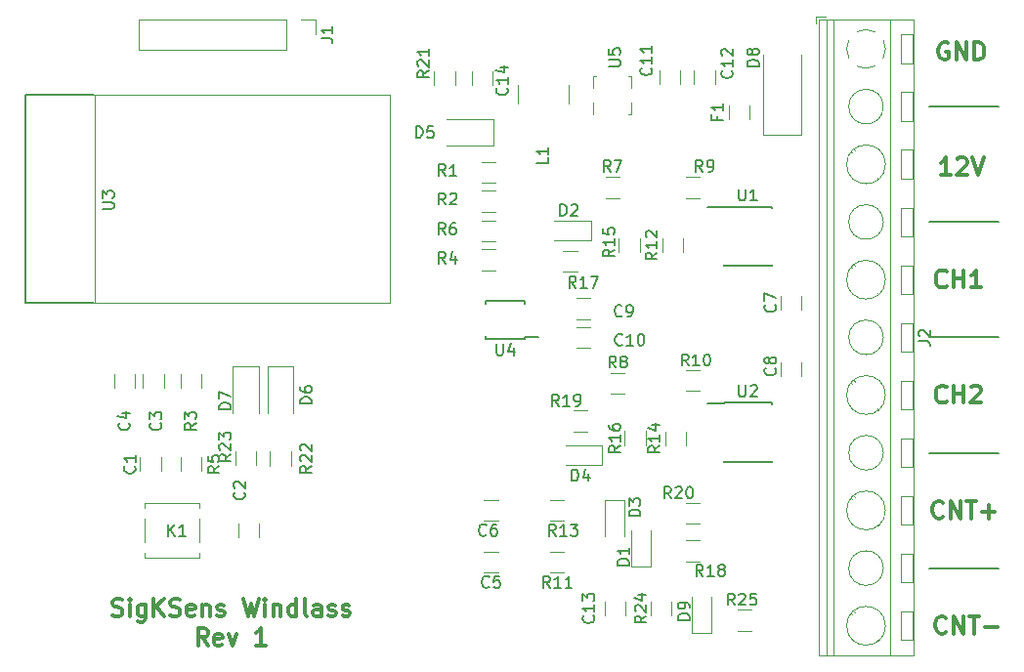
<source format=gbr>
G04 #@! TF.GenerationSoftware,KiCad,Pcbnew,(5.0.1)-3*
G04 #@! TF.CreationDate,2018-11-12T18:53:03-05:00*
G04 #@! TF.ProjectId,ESP32 Windlass,45535033322057696E646C6173732E6B,rev?*
G04 #@! TF.SameCoordinates,Original*
G04 #@! TF.FileFunction,Legend,Top*
G04 #@! TF.FilePolarity,Positive*
%FSLAX46Y46*%
G04 Gerber Fmt 4.6, Leading zero omitted, Abs format (unit mm)*
G04 Created by KiCad (PCBNEW (5.0.1)-3) date 11/12/2018 6:53:03 PM*
%MOMM*%
%LPD*%
G01*
G04 APERTURE LIST*
%ADD10C,0.300000*%
%ADD11C,0.200000*%
%ADD12C,0.150000*%
%ADD13C,0.120000*%
%ADD14C,0.050000*%
G04 APERTURE END LIST*
D10*
X122214285Y-102832142D02*
X122428571Y-102903571D01*
X122785714Y-102903571D01*
X122928571Y-102832142D01*
X123000000Y-102760714D01*
X123071428Y-102617857D01*
X123071428Y-102475000D01*
X123000000Y-102332142D01*
X122928571Y-102260714D01*
X122785714Y-102189285D01*
X122500000Y-102117857D01*
X122357142Y-102046428D01*
X122285714Y-101975000D01*
X122214285Y-101832142D01*
X122214285Y-101689285D01*
X122285714Y-101546428D01*
X122357142Y-101475000D01*
X122500000Y-101403571D01*
X122857142Y-101403571D01*
X123071428Y-101475000D01*
X123714285Y-102903571D02*
X123714285Y-101903571D01*
X123714285Y-101403571D02*
X123642857Y-101475000D01*
X123714285Y-101546428D01*
X123785714Y-101475000D01*
X123714285Y-101403571D01*
X123714285Y-101546428D01*
X125071428Y-101903571D02*
X125071428Y-103117857D01*
X125000000Y-103260714D01*
X124928571Y-103332142D01*
X124785714Y-103403571D01*
X124571428Y-103403571D01*
X124428571Y-103332142D01*
X125071428Y-102832142D02*
X124928571Y-102903571D01*
X124642857Y-102903571D01*
X124500000Y-102832142D01*
X124428571Y-102760714D01*
X124357142Y-102617857D01*
X124357142Y-102189285D01*
X124428571Y-102046428D01*
X124500000Y-101975000D01*
X124642857Y-101903571D01*
X124928571Y-101903571D01*
X125071428Y-101975000D01*
X125785714Y-102903571D02*
X125785714Y-101403571D01*
X126642857Y-102903571D02*
X126000000Y-102046428D01*
X126642857Y-101403571D02*
X125785714Y-102260714D01*
X127214285Y-102832142D02*
X127428571Y-102903571D01*
X127785714Y-102903571D01*
X127928571Y-102832142D01*
X128000000Y-102760714D01*
X128071428Y-102617857D01*
X128071428Y-102475000D01*
X128000000Y-102332142D01*
X127928571Y-102260714D01*
X127785714Y-102189285D01*
X127500000Y-102117857D01*
X127357142Y-102046428D01*
X127285714Y-101975000D01*
X127214285Y-101832142D01*
X127214285Y-101689285D01*
X127285714Y-101546428D01*
X127357142Y-101475000D01*
X127500000Y-101403571D01*
X127857142Y-101403571D01*
X128071428Y-101475000D01*
X129285714Y-102832142D02*
X129142857Y-102903571D01*
X128857142Y-102903571D01*
X128714285Y-102832142D01*
X128642857Y-102689285D01*
X128642857Y-102117857D01*
X128714285Y-101975000D01*
X128857142Y-101903571D01*
X129142857Y-101903571D01*
X129285714Y-101975000D01*
X129357142Y-102117857D01*
X129357142Y-102260714D01*
X128642857Y-102403571D01*
X130000000Y-101903571D02*
X130000000Y-102903571D01*
X130000000Y-102046428D02*
X130071428Y-101975000D01*
X130214285Y-101903571D01*
X130428571Y-101903571D01*
X130571428Y-101975000D01*
X130642857Y-102117857D01*
X130642857Y-102903571D01*
X131285714Y-102832142D02*
X131428571Y-102903571D01*
X131714285Y-102903571D01*
X131857142Y-102832142D01*
X131928571Y-102689285D01*
X131928571Y-102617857D01*
X131857142Y-102475000D01*
X131714285Y-102403571D01*
X131500000Y-102403571D01*
X131357142Y-102332142D01*
X131285714Y-102189285D01*
X131285714Y-102117857D01*
X131357142Y-101975000D01*
X131500000Y-101903571D01*
X131714285Y-101903571D01*
X131857142Y-101975000D01*
X133571428Y-101403571D02*
X133928571Y-102903571D01*
X134214285Y-101832142D01*
X134500000Y-102903571D01*
X134857142Y-101403571D01*
X135428571Y-102903571D02*
X135428571Y-101903571D01*
X135428571Y-101403571D02*
X135357142Y-101475000D01*
X135428571Y-101546428D01*
X135500000Y-101475000D01*
X135428571Y-101403571D01*
X135428571Y-101546428D01*
X136142857Y-101903571D02*
X136142857Y-102903571D01*
X136142857Y-102046428D02*
X136214285Y-101975000D01*
X136357142Y-101903571D01*
X136571428Y-101903571D01*
X136714285Y-101975000D01*
X136785714Y-102117857D01*
X136785714Y-102903571D01*
X138142857Y-102903571D02*
X138142857Y-101403571D01*
X138142857Y-102832142D02*
X138000000Y-102903571D01*
X137714285Y-102903571D01*
X137571428Y-102832142D01*
X137500000Y-102760714D01*
X137428571Y-102617857D01*
X137428571Y-102189285D01*
X137500000Y-102046428D01*
X137571428Y-101975000D01*
X137714285Y-101903571D01*
X138000000Y-101903571D01*
X138142857Y-101975000D01*
X139071428Y-102903571D02*
X138928571Y-102832142D01*
X138857142Y-102689285D01*
X138857142Y-101403571D01*
X140285714Y-102903571D02*
X140285714Y-102117857D01*
X140214285Y-101975000D01*
X140071428Y-101903571D01*
X139785714Y-101903571D01*
X139642857Y-101975000D01*
X140285714Y-102832142D02*
X140142857Y-102903571D01*
X139785714Y-102903571D01*
X139642857Y-102832142D01*
X139571428Y-102689285D01*
X139571428Y-102546428D01*
X139642857Y-102403571D01*
X139785714Y-102332142D01*
X140142857Y-102332142D01*
X140285714Y-102260714D01*
X140928571Y-102832142D02*
X141071428Y-102903571D01*
X141357142Y-102903571D01*
X141500000Y-102832142D01*
X141571428Y-102689285D01*
X141571428Y-102617857D01*
X141500000Y-102475000D01*
X141357142Y-102403571D01*
X141142857Y-102403571D01*
X141000000Y-102332142D01*
X140928571Y-102189285D01*
X140928571Y-102117857D01*
X141000000Y-101975000D01*
X141142857Y-101903571D01*
X141357142Y-101903571D01*
X141500000Y-101975000D01*
X142142857Y-102832142D02*
X142285714Y-102903571D01*
X142571428Y-102903571D01*
X142714285Y-102832142D01*
X142785714Y-102689285D01*
X142785714Y-102617857D01*
X142714285Y-102475000D01*
X142571428Y-102403571D01*
X142357142Y-102403571D01*
X142214285Y-102332142D01*
X142142857Y-102189285D01*
X142142857Y-102117857D01*
X142214285Y-101975000D01*
X142357142Y-101903571D01*
X142571428Y-101903571D01*
X142714285Y-101975000D01*
X130464285Y-105453571D02*
X129964285Y-104739285D01*
X129607142Y-105453571D02*
X129607142Y-103953571D01*
X130178571Y-103953571D01*
X130321428Y-104025000D01*
X130392857Y-104096428D01*
X130464285Y-104239285D01*
X130464285Y-104453571D01*
X130392857Y-104596428D01*
X130321428Y-104667857D01*
X130178571Y-104739285D01*
X129607142Y-104739285D01*
X131678571Y-105382142D02*
X131535714Y-105453571D01*
X131250000Y-105453571D01*
X131107142Y-105382142D01*
X131035714Y-105239285D01*
X131035714Y-104667857D01*
X131107142Y-104525000D01*
X131250000Y-104453571D01*
X131535714Y-104453571D01*
X131678571Y-104525000D01*
X131750000Y-104667857D01*
X131750000Y-104810714D01*
X131035714Y-104953571D01*
X132250000Y-104453571D02*
X132607142Y-105453571D01*
X132964285Y-104453571D01*
X135464285Y-105453571D02*
X134607142Y-105453571D01*
X135035714Y-105453571D02*
X135035714Y-103953571D01*
X134892857Y-104167857D01*
X134750000Y-104310714D01*
X134607142Y-104382142D01*
D11*
X193000000Y-58750000D02*
X199000000Y-58750000D01*
X193000000Y-68750000D02*
X199000000Y-68750000D01*
X193000000Y-78750000D02*
X199000000Y-78750000D01*
X193000000Y-88750000D02*
X199000000Y-88750000D01*
X198750000Y-98750000D02*
X199000000Y-98750000D01*
X193000000Y-98750000D02*
X198750000Y-98750000D01*
D10*
X194428571Y-104285714D02*
X194357142Y-104357142D01*
X194142857Y-104428571D01*
X194000000Y-104428571D01*
X193785714Y-104357142D01*
X193642857Y-104214285D01*
X193571428Y-104071428D01*
X193500000Y-103785714D01*
X193500000Y-103571428D01*
X193571428Y-103285714D01*
X193642857Y-103142857D01*
X193785714Y-103000000D01*
X194000000Y-102928571D01*
X194142857Y-102928571D01*
X194357142Y-103000000D01*
X194428571Y-103071428D01*
X195071428Y-104428571D02*
X195071428Y-102928571D01*
X195928571Y-104428571D01*
X195928571Y-102928571D01*
X196428571Y-102928571D02*
X197285714Y-102928571D01*
X196857142Y-104428571D02*
X196857142Y-102928571D01*
X197785714Y-103857142D02*
X198928571Y-103857142D01*
X194178571Y-94285714D02*
X194107142Y-94357142D01*
X193892857Y-94428571D01*
X193750000Y-94428571D01*
X193535714Y-94357142D01*
X193392857Y-94214285D01*
X193321428Y-94071428D01*
X193250000Y-93785714D01*
X193250000Y-93571428D01*
X193321428Y-93285714D01*
X193392857Y-93142857D01*
X193535714Y-93000000D01*
X193750000Y-92928571D01*
X193892857Y-92928571D01*
X194107142Y-93000000D01*
X194178571Y-93071428D01*
X194821428Y-94428571D02*
X194821428Y-92928571D01*
X195678571Y-94428571D01*
X195678571Y-92928571D01*
X196178571Y-92928571D02*
X197035714Y-92928571D01*
X196607142Y-94428571D02*
X196607142Y-92928571D01*
X197535714Y-93857142D02*
X198678571Y-93857142D01*
X198107142Y-94428571D02*
X198107142Y-93285714D01*
X194464285Y-84285714D02*
X194392857Y-84357142D01*
X194178571Y-84428571D01*
X194035714Y-84428571D01*
X193821428Y-84357142D01*
X193678571Y-84214285D01*
X193607142Y-84071428D01*
X193535714Y-83785714D01*
X193535714Y-83571428D01*
X193607142Y-83285714D01*
X193678571Y-83142857D01*
X193821428Y-83000000D01*
X194035714Y-82928571D01*
X194178571Y-82928571D01*
X194392857Y-83000000D01*
X194464285Y-83071428D01*
X195107142Y-84428571D02*
X195107142Y-82928571D01*
X195107142Y-83642857D02*
X195964285Y-83642857D01*
X195964285Y-84428571D02*
X195964285Y-82928571D01*
X196607142Y-83071428D02*
X196678571Y-83000000D01*
X196821428Y-82928571D01*
X197178571Y-82928571D01*
X197321428Y-83000000D01*
X197392857Y-83071428D01*
X197464285Y-83214285D01*
X197464285Y-83357142D01*
X197392857Y-83571428D01*
X196535714Y-84428571D01*
X197464285Y-84428571D01*
X194464285Y-74285714D02*
X194392857Y-74357142D01*
X194178571Y-74428571D01*
X194035714Y-74428571D01*
X193821428Y-74357142D01*
X193678571Y-74214285D01*
X193607142Y-74071428D01*
X193535714Y-73785714D01*
X193535714Y-73571428D01*
X193607142Y-73285714D01*
X193678571Y-73142857D01*
X193821428Y-73000000D01*
X194035714Y-72928571D01*
X194178571Y-72928571D01*
X194392857Y-73000000D01*
X194464285Y-73071428D01*
X195107142Y-74428571D02*
X195107142Y-72928571D01*
X195107142Y-73642857D02*
X195964285Y-73642857D01*
X195964285Y-74428571D02*
X195964285Y-72928571D01*
X197464285Y-74428571D02*
X196607142Y-74428571D01*
X197035714Y-74428571D02*
X197035714Y-72928571D01*
X196892857Y-73142857D01*
X196750000Y-73285714D01*
X196607142Y-73357142D01*
X194821428Y-64678571D02*
X193964285Y-64678571D01*
X194392857Y-64678571D02*
X194392857Y-63178571D01*
X194250000Y-63392857D01*
X194107142Y-63535714D01*
X193964285Y-63607142D01*
X195392857Y-63321428D02*
X195464285Y-63250000D01*
X195607142Y-63178571D01*
X195964285Y-63178571D01*
X196107142Y-63250000D01*
X196178571Y-63321428D01*
X196250000Y-63464285D01*
X196250000Y-63607142D01*
X196178571Y-63821428D01*
X195321428Y-64678571D01*
X196250000Y-64678571D01*
X196678571Y-63178571D02*
X197178571Y-64678571D01*
X197678571Y-63178571D01*
X194607142Y-53250000D02*
X194464285Y-53178571D01*
X194250000Y-53178571D01*
X194035714Y-53250000D01*
X193892857Y-53392857D01*
X193821428Y-53535714D01*
X193750000Y-53821428D01*
X193750000Y-54035714D01*
X193821428Y-54321428D01*
X193892857Y-54464285D01*
X194035714Y-54607142D01*
X194250000Y-54678571D01*
X194392857Y-54678571D01*
X194607142Y-54607142D01*
X194678571Y-54535714D01*
X194678571Y-54035714D01*
X194392857Y-54035714D01*
X195321428Y-54678571D02*
X195321428Y-53178571D01*
X196178571Y-54678571D01*
X196178571Y-53178571D01*
X196892857Y-54678571D02*
X196892857Y-53178571D01*
X197250000Y-53178571D01*
X197464285Y-53250000D01*
X197607142Y-53392857D01*
X197678571Y-53535714D01*
X197750000Y-53821428D01*
X197750000Y-54035714D01*
X197678571Y-54321428D01*
X197607142Y-54464285D01*
X197464285Y-54607142D01*
X197250000Y-54678571D01*
X196892857Y-54678571D01*
D12*
G04 #@! TO.C,U1*
X175175000Y-67475000D02*
X173775000Y-67475000D01*
X175175000Y-72575000D02*
X179325000Y-72575000D01*
X175175000Y-67425000D02*
X179325000Y-67425000D01*
X175175000Y-72575000D02*
X175175000Y-72430000D01*
X179325000Y-72575000D02*
X179325000Y-72430000D01*
X179325000Y-67425000D02*
X179325000Y-67570000D01*
X175175000Y-67425000D02*
X175175000Y-67475000D01*
G04 #@! TO.C,U2*
X175175000Y-84425000D02*
X175175000Y-84475000D01*
X179325000Y-84425000D02*
X179325000Y-84570000D01*
X179325000Y-89575000D02*
X179325000Y-89430000D01*
X175175000Y-89575000D02*
X175175000Y-89430000D01*
X175175000Y-84425000D02*
X179325000Y-84425000D01*
X175175000Y-89575000D02*
X179325000Y-89575000D01*
X175175000Y-84475000D02*
X173775000Y-84475000D01*
D13*
G04 #@! TO.C,J2*
X186016648Y-54538712D02*
G75*
G02X185820000Y-53750000I1483352J788712D01*
G01*
X188289088Y-55233953D02*
G75*
G02X186711000Y-55234000I-789088J1483953D01*
G01*
X188983953Y-52960912D02*
G75*
G02X188984000Y-54539000I-1483953J-789088D01*
G01*
X186710912Y-52266047D02*
G75*
G02X188289000Y-52266000I789088J-1483953D01*
G01*
X185819550Y-53779383D02*
G75*
G02X186016000Y-52961000I1680450J29383D01*
G01*
X189000000Y-58750000D02*
G75*
G03X189000000Y-58750000I-1500000J0D01*
G01*
X189180000Y-63750000D02*
G75*
G03X189180000Y-63750000I-1680000J0D01*
G01*
X189000000Y-68750000D02*
G75*
G03X189000000Y-68750000I-1500000J0D01*
G01*
X189180000Y-73750000D02*
G75*
G03X189180000Y-73750000I-1680000J0D01*
G01*
X189000000Y-78750000D02*
G75*
G03X189000000Y-78750000I-1500000J0D01*
G01*
X189180000Y-83750000D02*
G75*
G03X189180000Y-83750000I-1680000J0D01*
G01*
X189000000Y-88750000D02*
G75*
G03X189000000Y-88750000I-1500000J0D01*
G01*
X189180000Y-93750000D02*
G75*
G03X189180000Y-93750000I-1680000J0D01*
G01*
X189000000Y-98750000D02*
G75*
G03X189000000Y-98750000I-1500000J0D01*
G01*
X189180000Y-103750000D02*
G75*
G03X189180000Y-103750000I-1680000J0D01*
G01*
X184050000Y-51190000D02*
X184050000Y-106310000D01*
X184650000Y-51190000D02*
X184650000Y-106310000D01*
X189550000Y-51190000D02*
X189550000Y-106310000D01*
X191610000Y-51190000D02*
X191610000Y-106310000D01*
X183390000Y-51190000D02*
X183390000Y-106310000D01*
X191610000Y-51190000D02*
X183390000Y-51190000D01*
X191610000Y-106310000D02*
X183390000Y-106310000D01*
X191550000Y-52500000D02*
X191550000Y-55000000D01*
X190550000Y-52500000D02*
X190550000Y-55000000D01*
X191550000Y-52500000D02*
X190550000Y-52500000D01*
X191550000Y-55000000D02*
X190550000Y-55000000D01*
X191550000Y-57500000D02*
X191550000Y-60000000D01*
X190550000Y-57500000D02*
X190550000Y-60000000D01*
X191550000Y-57500000D02*
X190550000Y-57500000D01*
X191550000Y-60000000D02*
X190550000Y-60000000D01*
X188569000Y-65025000D02*
X188476000Y-64931000D01*
X186284000Y-62740000D02*
X186226000Y-62681000D01*
X188775000Y-64820000D02*
X188716000Y-64761000D01*
X186524000Y-62570000D02*
X186431000Y-62476000D01*
X191550000Y-62500000D02*
X191550000Y-65000000D01*
X190550000Y-62500000D02*
X190550000Y-65000000D01*
X191550000Y-62500000D02*
X190550000Y-62500000D01*
X191550000Y-65000000D02*
X190550000Y-65000000D01*
X191550000Y-67500000D02*
X191550000Y-70000000D01*
X190550000Y-67500000D02*
X190550000Y-70000000D01*
X191550000Y-67500000D02*
X190550000Y-67500000D01*
X191550000Y-70000000D02*
X190550000Y-70000000D01*
X188569000Y-75025000D02*
X188476000Y-74931000D01*
X186284000Y-72740000D02*
X186226000Y-72681000D01*
X188775000Y-74820000D02*
X188716000Y-74761000D01*
X186524000Y-72570000D02*
X186431000Y-72476000D01*
X191550000Y-72500000D02*
X191550000Y-75000000D01*
X190550000Y-72500000D02*
X190550000Y-75000000D01*
X191550000Y-72500000D02*
X190550000Y-72500000D01*
X191550000Y-75000000D02*
X190550000Y-75000000D01*
X191550000Y-77500000D02*
X191550000Y-80000000D01*
X190550000Y-77500000D02*
X190550000Y-80000000D01*
X191550000Y-77500000D02*
X190550000Y-77500000D01*
X191550000Y-80000000D02*
X190550000Y-80000000D01*
X188569000Y-85025000D02*
X188476000Y-84931000D01*
X186284000Y-82740000D02*
X186226000Y-82681000D01*
X188775000Y-84820000D02*
X188716000Y-84761000D01*
X186524000Y-82570000D02*
X186431000Y-82476000D01*
X191550000Y-82500000D02*
X191550000Y-85000000D01*
X190550000Y-82500000D02*
X190550000Y-85000000D01*
X191550000Y-82500000D02*
X190550000Y-82500000D01*
X191550000Y-85000000D02*
X190550000Y-85000000D01*
X191550000Y-87500000D02*
X191550000Y-90000000D01*
X190550000Y-87500000D02*
X190550000Y-90000000D01*
X191550000Y-87500000D02*
X190550000Y-87500000D01*
X191550000Y-90000000D02*
X190550000Y-90000000D01*
X188569000Y-95025000D02*
X188476000Y-94931000D01*
X186284000Y-92740000D02*
X186226000Y-92681000D01*
X188775000Y-94820000D02*
X188716000Y-94761000D01*
X186524000Y-92570000D02*
X186431000Y-92476000D01*
X191550000Y-92500000D02*
X191550000Y-95000000D01*
X190550000Y-92500000D02*
X190550000Y-95000000D01*
X191550000Y-92500000D02*
X190550000Y-92500000D01*
X191550000Y-95000000D02*
X190550000Y-95000000D01*
X191550000Y-97500000D02*
X191550000Y-100000000D01*
X190550000Y-97500000D02*
X190550000Y-100000000D01*
X191550000Y-97500000D02*
X190550000Y-97500000D01*
X191550000Y-100000000D02*
X190550000Y-100000000D01*
X188569000Y-105025000D02*
X188476000Y-104931000D01*
X186284000Y-102740000D02*
X186226000Y-102681000D01*
X188775000Y-104820000D02*
X188716000Y-104761000D01*
X186524000Y-102570000D02*
X186431000Y-102476000D01*
X191550000Y-102500000D02*
X191550000Y-105000000D01*
X190550000Y-102500000D02*
X190550000Y-105000000D01*
X191550000Y-102500000D02*
X190550000Y-102500000D01*
X191550000Y-105000000D02*
X190550000Y-105000000D01*
X183990000Y-50950000D02*
X183150000Y-50950000D01*
X183150000Y-50950000D02*
X183150000Y-51550000D01*
G04 #@! TO.C,C1*
X126410000Y-89147936D02*
X126410000Y-90352064D01*
X124590000Y-89147936D02*
X124590000Y-90352064D01*
G04 #@! TO.C,K1*
X125030000Y-93130000D02*
X129770000Y-93130000D01*
X125030000Y-93130000D02*
X125030000Y-93530000D01*
X129770000Y-93130000D02*
X129770000Y-93530000D01*
X125030000Y-97870000D02*
X125030000Y-97470000D01*
X125030000Y-97870000D02*
X129770000Y-97870000D01*
X129770000Y-97870000D02*
X129770000Y-97470000D01*
X129770000Y-96530000D02*
X129770000Y-94470000D01*
X125030000Y-96530000D02*
X125030000Y-94470000D01*
G04 #@! TO.C,C14*
X155160000Y-55660436D02*
X155160000Y-56864564D01*
X153340000Y-55660436D02*
X153340000Y-56864564D01*
G04 #@! TO.C,C12*
X174419131Y-56803440D02*
X174419131Y-55599312D01*
X172599131Y-56803440D02*
X172599131Y-55599312D01*
G04 #@! TO.C,C11*
X169599131Y-56803440D02*
X169599131Y-55599312D01*
X171419131Y-56803440D02*
X171419131Y-55599312D01*
G04 #@! TO.C,C10*
X162410436Y-79660000D02*
X163614564Y-79660000D01*
X162410436Y-77840000D02*
X163614564Y-77840000D01*
G04 #@! TO.C,C9*
X162397936Y-75340000D02*
X163602064Y-75340000D01*
X162397936Y-77160000D02*
X163602064Y-77160000D01*
G04 #@! TO.C,C8*
X181910000Y-82089564D02*
X181910000Y-80885436D01*
X180090000Y-82089564D02*
X180090000Y-80885436D01*
G04 #@! TO.C,C7*
X181910000Y-75160436D02*
X181910000Y-76364564D01*
X180090000Y-75160436D02*
X180090000Y-76364564D01*
G04 #@! TO.C,C2*
X133090000Y-94910436D02*
X133090000Y-96114564D01*
X134910000Y-94910436D02*
X134910000Y-96114564D01*
G04 #@! TO.C,C3*
X124840000Y-83114564D02*
X124840000Y-81910436D01*
X126660000Y-83114564D02*
X126660000Y-81910436D01*
G04 #@! TO.C,C4*
X124160000Y-83102064D02*
X124160000Y-81897936D01*
X122340000Y-83102064D02*
X122340000Y-81897936D01*
G04 #@! TO.C,C13*
X164840000Y-102852064D02*
X164840000Y-101647936D01*
X166660000Y-102852064D02*
X166660000Y-101647936D01*
G04 #@! TO.C,C5*
X154397936Y-99160000D02*
X155602064Y-99160000D01*
X154397936Y-97340000D02*
X155602064Y-97340000D01*
G04 #@! TO.C,C6*
X154397936Y-92840000D02*
X155602064Y-92840000D01*
X154397936Y-94660000D02*
X155602064Y-94660000D01*
G04 #@! TO.C,J1*
X124470000Y-51170000D02*
X124470000Y-53830000D01*
X137230000Y-51170000D02*
X124470000Y-51170000D01*
X137230000Y-53830000D02*
X124470000Y-53830000D01*
X137230000Y-51170000D02*
X137230000Y-53830000D01*
X138500000Y-51170000D02*
X139830000Y-51170000D01*
X139830000Y-51170000D02*
X139830000Y-52500000D01*
G04 #@! TO.C,D8*
X178600000Y-61150000D02*
X181900000Y-61150000D01*
X181900000Y-61150000D02*
X181900000Y-54250000D01*
X178600000Y-61150000D02*
X178600000Y-54250000D01*
G04 #@! TO.C,D9*
X172400000Y-104400000D02*
X174100000Y-104400000D01*
X174100000Y-104400000D02*
X174100000Y-101250000D01*
X172400000Y-104400000D02*
X172400000Y-101250000D01*
G04 #@! TO.C,F1*
X175590000Y-59839564D02*
X175590000Y-58635436D01*
X177410000Y-59839564D02*
X177410000Y-58635436D01*
G04 #@! TO.C,L1*
X157290000Y-58447369D02*
X157290000Y-56852631D01*
X161710000Y-58447369D02*
X161710000Y-56852631D01*
G04 #@! TO.C,D5*
X151150000Y-62135000D02*
X155210000Y-62135000D01*
X155210000Y-62135000D02*
X155210000Y-59865000D01*
X155210000Y-59865000D02*
X151150000Y-59865000D01*
G04 #@! TO.C,D6*
X135615000Y-81290000D02*
X135615000Y-85350000D01*
X137885000Y-81290000D02*
X135615000Y-81290000D01*
X137885000Y-85350000D02*
X137885000Y-81290000D01*
G04 #@! TO.C,D7*
X134885000Y-85337500D02*
X134885000Y-81277500D01*
X134885000Y-81277500D02*
X132615000Y-81277500D01*
X132615000Y-81277500D02*
X132615000Y-85337500D01*
D12*
G04 #@! TO.C,U4*
X157925000Y-78925000D02*
X157925000Y-78700000D01*
X154575000Y-78925000D02*
X154575000Y-78625000D01*
X154575000Y-75575000D02*
X154575000Y-75875000D01*
X157925000Y-75575000D02*
X157925000Y-75875000D01*
X157925000Y-78925000D02*
X154575000Y-78925000D01*
X157925000Y-75575000D02*
X154575000Y-75575000D01*
X157925000Y-78700000D02*
X159150000Y-78700000D01*
G04 #@! TO.C,U3*
X114646000Y-57733000D02*
X114646000Y-75767000D01*
X120615000Y-57733000D02*
X114646000Y-57733000D01*
X120615000Y-75767000D02*
X114646000Y-75767000D01*
D14*
X146200000Y-75750000D02*
X120670000Y-75750000D01*
X120670000Y-75750000D02*
X120670000Y-57750000D01*
X120670000Y-57750000D02*
X146200000Y-57750000D01*
X146200000Y-57750000D02*
X146200000Y-75750000D01*
D13*
G04 #@! TO.C,R2*
X154195925Y-66024076D02*
X155400053Y-66024076D01*
X154195925Y-67844076D02*
X155400053Y-67844076D01*
G04 #@! TO.C,R24*
X168840000Y-101660436D02*
X168840000Y-102864564D01*
X170660000Y-101660436D02*
X170660000Y-102864564D01*
G04 #@! TO.C,R23*
X134660000Y-88635436D02*
X134660000Y-89839564D01*
X132840000Y-88635436D02*
X132840000Y-89839564D01*
G04 #@! TO.C,R22*
X135840000Y-88660436D02*
X135840000Y-89864564D01*
X137660000Y-88660436D02*
X137660000Y-89864564D01*
G04 #@! TO.C,R21*
X150090000Y-56864564D02*
X150090000Y-55660436D01*
X151910000Y-56864564D02*
X151910000Y-55660436D01*
G04 #@! TO.C,R20*
X171897936Y-94910000D02*
X173102064Y-94910000D01*
X171897936Y-93090000D02*
X173102064Y-93090000D01*
G04 #@! TO.C,R19*
X163352064Y-86910000D02*
X162147936Y-86910000D01*
X163352064Y-85090000D02*
X162147936Y-85090000D01*
G04 #@! TO.C,R18*
X171897936Y-98160000D02*
X173102064Y-98160000D01*
X171897936Y-96340000D02*
X173102064Y-96340000D01*
G04 #@! TO.C,R17*
X162467350Y-73079793D02*
X161263222Y-73079793D01*
X162467350Y-71259793D02*
X161263222Y-71259793D01*
G04 #@! TO.C,R16*
X166590000Y-86885436D02*
X166590000Y-88089564D01*
X168410000Y-86885436D02*
X168410000Y-88089564D01*
G04 #@! TO.C,R15*
X167910000Y-70147936D02*
X167910000Y-71352064D01*
X166090000Y-70147936D02*
X166090000Y-71352064D01*
G04 #@! TO.C,R14*
X171910000Y-88114564D02*
X171910000Y-86910436D01*
X170090000Y-88114564D02*
X170090000Y-86910436D01*
G04 #@! TO.C,R13*
X160147936Y-92840000D02*
X161352064Y-92840000D01*
X160147936Y-94660000D02*
X161352064Y-94660000D01*
G04 #@! TO.C,R12*
X171660000Y-71364564D02*
X171660000Y-70160436D01*
X169840000Y-71364564D02*
X169840000Y-70160436D01*
G04 #@! TO.C,R11*
X160147936Y-97340000D02*
X161352064Y-97340000D01*
X160147936Y-99160000D02*
X161352064Y-99160000D01*
G04 #@! TO.C,R10*
X171897936Y-83410000D02*
X173102064Y-83410000D01*
X171897936Y-81590000D02*
X173102064Y-81590000D01*
G04 #@! TO.C,R9*
X171897936Y-64840000D02*
X173102064Y-64840000D01*
X171897936Y-66660000D02*
X173102064Y-66660000D01*
G04 #@! TO.C,R8*
X165385436Y-83660000D02*
X166589564Y-83660000D01*
X165385436Y-81840000D02*
X166589564Y-81840000D01*
G04 #@! TO.C,R7*
X164910436Y-64840000D02*
X166114564Y-64840000D01*
X164910436Y-66660000D02*
X166114564Y-66660000D01*
G04 #@! TO.C,R6*
X154195925Y-70450326D02*
X155400053Y-70450326D01*
X154195925Y-68630326D02*
X155400053Y-68630326D01*
G04 #@! TO.C,R5*
X128090000Y-90339564D02*
X128090000Y-89135436D01*
X129910000Y-90339564D02*
X129910000Y-89135436D01*
G04 #@! TO.C,R4*
X154195925Y-72950326D02*
X155400053Y-72950326D01*
X154195925Y-71130326D02*
X155400053Y-71130326D01*
G04 #@! TO.C,R3*
X129910000Y-81897936D02*
X129910000Y-83102064D01*
X128090000Y-81897936D02*
X128090000Y-83102064D01*
G04 #@! TO.C,R1*
X154195925Y-65344076D02*
X155400053Y-65344076D01*
X154195925Y-63524076D02*
X155400053Y-63524076D01*
G04 #@! TO.C,R25*
X176397936Y-102340000D02*
X177602064Y-102340000D01*
X176397936Y-104160000D02*
X177602064Y-104160000D01*
G04 #@! TO.C,D1*
X167150000Y-98650000D02*
X167150000Y-95500000D01*
X168850000Y-98650000D02*
X168850000Y-95500000D01*
X167150000Y-98650000D02*
X168850000Y-98650000D01*
G04 #@! TO.C,D2*
X163650000Y-70350000D02*
X163650000Y-68650000D01*
X163650000Y-68650000D02*
X160500000Y-68650000D01*
X163650000Y-70350000D02*
X160500000Y-70350000D01*
G04 #@! TO.C,D3*
X166600000Y-92850000D02*
X166600000Y-96000000D01*
X164900000Y-92850000D02*
X164900000Y-96000000D01*
X166600000Y-92850000D02*
X164900000Y-92850000D01*
G04 #@! TO.C,D4*
X164650000Y-89850000D02*
X164650000Y-88150000D01*
X164650000Y-88150000D02*
X161500000Y-88150000D01*
X164650000Y-89850000D02*
X161500000Y-89850000D01*
G04 #@! TO.C,U5*
X167125000Y-57100000D02*
X167125000Y-56125000D01*
X163875000Y-59375000D02*
X163875000Y-58400000D01*
X163875000Y-57100000D02*
X163875000Y-56125000D01*
X167125000Y-59375000D02*
X167125000Y-58400000D01*
X164100000Y-56125000D02*
X163875000Y-56125000D01*
X166900000Y-56125000D02*
X167125000Y-56125000D01*
X167125000Y-59375000D02*
X166900000Y-59375000D01*
G04 #@! TO.C,*
D12*
G04 #@! TO.C,U1*
X176488095Y-65896380D02*
X176488095Y-66705904D01*
X176535714Y-66801142D01*
X176583333Y-66848761D01*
X176678571Y-66896380D01*
X176869047Y-66896380D01*
X176964285Y-66848761D01*
X177011904Y-66801142D01*
X177059523Y-66705904D01*
X177059523Y-65896380D01*
X178059523Y-66896380D02*
X177488095Y-66896380D01*
X177773809Y-66896380D02*
X177773809Y-65896380D01*
X177678571Y-66039238D01*
X177583333Y-66134476D01*
X177488095Y-66182095D01*
G04 #@! TO.C,U2*
X176488095Y-82896380D02*
X176488095Y-83705904D01*
X176535714Y-83801142D01*
X176583333Y-83848761D01*
X176678571Y-83896380D01*
X176869047Y-83896380D01*
X176964285Y-83848761D01*
X177011904Y-83801142D01*
X177059523Y-83705904D01*
X177059523Y-82896380D01*
X177488095Y-82991619D02*
X177535714Y-82944000D01*
X177630952Y-82896380D01*
X177869047Y-82896380D01*
X177964285Y-82944000D01*
X178011904Y-82991619D01*
X178059523Y-83086857D01*
X178059523Y-83182095D01*
X178011904Y-83324952D01*
X177440476Y-83896380D01*
X178059523Y-83896380D01*
G04 #@! TO.C,J2*
X192062380Y-79083333D02*
X192776666Y-79083333D01*
X192919523Y-79130952D01*
X193014761Y-79226190D01*
X193062380Y-79369047D01*
X193062380Y-79464285D01*
X192157619Y-78654761D02*
X192110000Y-78607142D01*
X192062380Y-78511904D01*
X192062380Y-78273809D01*
X192110000Y-78178571D01*
X192157619Y-78130952D01*
X192252857Y-78083333D01*
X192348095Y-78083333D01*
X192490952Y-78130952D01*
X193062380Y-78702380D01*
X193062380Y-78083333D01*
G04 #@! TO.C,C1*
X124107142Y-89916666D02*
X124154761Y-89964285D01*
X124202380Y-90107142D01*
X124202380Y-90202380D01*
X124154761Y-90345238D01*
X124059523Y-90440476D01*
X123964285Y-90488095D01*
X123773809Y-90535714D01*
X123630952Y-90535714D01*
X123440476Y-90488095D01*
X123345238Y-90440476D01*
X123250000Y-90345238D01*
X123202380Y-90202380D01*
X123202380Y-90107142D01*
X123250000Y-89964285D01*
X123297619Y-89916666D01*
X124202380Y-88964285D02*
X124202380Y-89535714D01*
X124202380Y-89250000D02*
X123202380Y-89250000D01*
X123345238Y-89345238D01*
X123440476Y-89440476D01*
X123488095Y-89535714D01*
G04 #@! TO.C,K1*
X127011904Y-95958968D02*
X127011904Y-94958968D01*
X127583333Y-95958968D02*
X127154761Y-95387540D01*
X127583333Y-94958968D02*
X127011904Y-95530397D01*
X128535714Y-95958968D02*
X127964285Y-95958968D01*
X128250000Y-95958968D02*
X128250000Y-94958968D01*
X128154761Y-95101826D01*
X128059523Y-95197064D01*
X127964285Y-95244683D01*
G04 #@! TO.C,C14*
X156357142Y-57142857D02*
X156404761Y-57190476D01*
X156452380Y-57333333D01*
X156452380Y-57428571D01*
X156404761Y-57571428D01*
X156309523Y-57666666D01*
X156214285Y-57714285D01*
X156023809Y-57761904D01*
X155880952Y-57761904D01*
X155690476Y-57714285D01*
X155595238Y-57666666D01*
X155500000Y-57571428D01*
X155452380Y-57428571D01*
X155452380Y-57333333D01*
X155500000Y-57190476D01*
X155547619Y-57142857D01*
X156452380Y-56190476D02*
X156452380Y-56761904D01*
X156452380Y-56476190D02*
X155452380Y-56476190D01*
X155595238Y-56571428D01*
X155690476Y-56666666D01*
X155738095Y-56761904D01*
X155785714Y-55333333D02*
X156452380Y-55333333D01*
X155404761Y-55571428D02*
X156119047Y-55809523D01*
X156119047Y-55190476D01*
G04 #@! TO.C,C12*
X175866273Y-55642857D02*
X175913892Y-55690476D01*
X175961511Y-55833333D01*
X175961511Y-55928571D01*
X175913892Y-56071428D01*
X175818654Y-56166666D01*
X175723416Y-56214285D01*
X175532940Y-56261904D01*
X175390083Y-56261904D01*
X175199607Y-56214285D01*
X175104369Y-56166666D01*
X175009131Y-56071428D01*
X174961511Y-55928571D01*
X174961511Y-55833333D01*
X175009131Y-55690476D01*
X175056750Y-55642857D01*
X175961511Y-54690476D02*
X175961511Y-55261904D01*
X175961511Y-54976190D02*
X174961511Y-54976190D01*
X175104369Y-55071428D01*
X175199607Y-55166666D01*
X175247226Y-55261904D01*
X175056750Y-54309523D02*
X175009131Y-54261904D01*
X174961511Y-54166666D01*
X174961511Y-53928571D01*
X175009131Y-53833333D01*
X175056750Y-53785714D01*
X175151988Y-53738095D01*
X175247226Y-53738095D01*
X175390083Y-53785714D01*
X175961511Y-54357142D01*
X175961511Y-53738095D01*
G04 #@! TO.C,C11*
X168857142Y-55392857D02*
X168904761Y-55440476D01*
X168952380Y-55583333D01*
X168952380Y-55678571D01*
X168904761Y-55821428D01*
X168809523Y-55916666D01*
X168714285Y-55964285D01*
X168523809Y-56011904D01*
X168380952Y-56011904D01*
X168190476Y-55964285D01*
X168095238Y-55916666D01*
X168000000Y-55821428D01*
X167952380Y-55678571D01*
X167952380Y-55583333D01*
X168000000Y-55440476D01*
X168047619Y-55392857D01*
X168952380Y-54440476D02*
X168952380Y-55011904D01*
X168952380Y-54726190D02*
X167952380Y-54726190D01*
X168095238Y-54821428D01*
X168190476Y-54916666D01*
X168238095Y-55011904D01*
X168952380Y-53488095D02*
X168952380Y-54059523D01*
X168952380Y-53773809D02*
X167952380Y-53773809D01*
X168095238Y-53869047D01*
X168190476Y-53964285D01*
X168238095Y-54059523D01*
G04 #@! TO.C,C10*
X166369642Y-79357142D02*
X166322023Y-79404761D01*
X166179166Y-79452380D01*
X166083928Y-79452380D01*
X165941071Y-79404761D01*
X165845833Y-79309523D01*
X165798214Y-79214285D01*
X165750595Y-79023809D01*
X165750595Y-78880952D01*
X165798214Y-78690476D01*
X165845833Y-78595238D01*
X165941071Y-78500000D01*
X166083928Y-78452380D01*
X166179166Y-78452380D01*
X166322023Y-78500000D01*
X166369642Y-78547619D01*
X167322023Y-79452380D02*
X166750595Y-79452380D01*
X167036309Y-79452380D02*
X167036309Y-78452380D01*
X166941071Y-78595238D01*
X166845833Y-78690476D01*
X166750595Y-78738095D01*
X167941071Y-78452380D02*
X168036309Y-78452380D01*
X168131547Y-78500000D01*
X168179166Y-78547619D01*
X168226785Y-78642857D01*
X168274404Y-78833333D01*
X168274404Y-79071428D01*
X168226785Y-79261904D01*
X168179166Y-79357142D01*
X168131547Y-79404761D01*
X168036309Y-79452380D01*
X167941071Y-79452380D01*
X167845833Y-79404761D01*
X167798214Y-79357142D01*
X167750595Y-79261904D01*
X167702976Y-79071428D01*
X167702976Y-78833333D01*
X167750595Y-78642857D01*
X167798214Y-78547619D01*
X167845833Y-78500000D01*
X167941071Y-78452380D01*
G04 #@! TO.C,C9*
X166333333Y-76857142D02*
X166285714Y-76904761D01*
X166142857Y-76952380D01*
X166047619Y-76952380D01*
X165904761Y-76904761D01*
X165809523Y-76809523D01*
X165761904Y-76714285D01*
X165714285Y-76523809D01*
X165714285Y-76380952D01*
X165761904Y-76190476D01*
X165809523Y-76095238D01*
X165904761Y-76000000D01*
X166047619Y-75952380D01*
X166142857Y-75952380D01*
X166285714Y-76000000D01*
X166333333Y-76047619D01*
X166809523Y-76952380D02*
X167000000Y-76952380D01*
X167095238Y-76904761D01*
X167142857Y-76857142D01*
X167238095Y-76714285D01*
X167285714Y-76523809D01*
X167285714Y-76142857D01*
X167238095Y-76047619D01*
X167190476Y-76000000D01*
X167095238Y-75952380D01*
X166904761Y-75952380D01*
X166809523Y-76000000D01*
X166761904Y-76047619D01*
X166714285Y-76142857D01*
X166714285Y-76380952D01*
X166761904Y-76476190D01*
X166809523Y-76523809D01*
X166904761Y-76571428D01*
X167095238Y-76571428D01*
X167190476Y-76523809D01*
X167238095Y-76476190D01*
X167285714Y-76380952D01*
G04 #@! TO.C,C8*
X179607142Y-81416666D02*
X179654761Y-81464285D01*
X179702380Y-81607142D01*
X179702380Y-81702380D01*
X179654761Y-81845238D01*
X179559523Y-81940476D01*
X179464285Y-81988095D01*
X179273809Y-82035714D01*
X179130952Y-82035714D01*
X178940476Y-81988095D01*
X178845238Y-81940476D01*
X178750000Y-81845238D01*
X178702380Y-81702380D01*
X178702380Y-81607142D01*
X178750000Y-81464285D01*
X178797619Y-81416666D01*
X179130952Y-80845238D02*
X179083333Y-80940476D01*
X179035714Y-80988095D01*
X178940476Y-81035714D01*
X178892857Y-81035714D01*
X178797619Y-80988095D01*
X178750000Y-80940476D01*
X178702380Y-80845238D01*
X178702380Y-80654761D01*
X178750000Y-80559523D01*
X178797619Y-80511904D01*
X178892857Y-80464285D01*
X178940476Y-80464285D01*
X179035714Y-80511904D01*
X179083333Y-80559523D01*
X179130952Y-80654761D01*
X179130952Y-80845238D01*
X179178571Y-80940476D01*
X179226190Y-80988095D01*
X179321428Y-81035714D01*
X179511904Y-81035714D01*
X179607142Y-80988095D01*
X179654761Y-80940476D01*
X179702380Y-80845238D01*
X179702380Y-80654761D01*
X179654761Y-80559523D01*
X179607142Y-80511904D01*
X179511904Y-80464285D01*
X179321428Y-80464285D01*
X179226190Y-80511904D01*
X179178571Y-80559523D01*
X179130952Y-80654761D01*
G04 #@! TO.C,C7*
X179607142Y-75929166D02*
X179654761Y-75976785D01*
X179702380Y-76119642D01*
X179702380Y-76214880D01*
X179654761Y-76357738D01*
X179559523Y-76452976D01*
X179464285Y-76500595D01*
X179273809Y-76548214D01*
X179130952Y-76548214D01*
X178940476Y-76500595D01*
X178845238Y-76452976D01*
X178750000Y-76357738D01*
X178702380Y-76214880D01*
X178702380Y-76119642D01*
X178750000Y-75976785D01*
X178797619Y-75929166D01*
X178702380Y-75595833D02*
X178702380Y-74929166D01*
X179702380Y-75357738D01*
G04 #@! TO.C,C2*
X133607142Y-92191666D02*
X133654761Y-92239285D01*
X133702380Y-92382142D01*
X133702380Y-92477380D01*
X133654761Y-92620238D01*
X133559523Y-92715476D01*
X133464285Y-92763095D01*
X133273809Y-92810714D01*
X133130952Y-92810714D01*
X132940476Y-92763095D01*
X132845238Y-92715476D01*
X132750000Y-92620238D01*
X132702380Y-92477380D01*
X132702380Y-92382142D01*
X132750000Y-92239285D01*
X132797619Y-92191666D01*
X132797619Y-91810714D02*
X132750000Y-91763095D01*
X132702380Y-91667857D01*
X132702380Y-91429761D01*
X132750000Y-91334523D01*
X132797619Y-91286904D01*
X132892857Y-91239285D01*
X132988095Y-91239285D01*
X133130952Y-91286904D01*
X133702380Y-91858333D01*
X133702380Y-91239285D01*
G04 #@! TO.C,C3*
X126357142Y-86179166D02*
X126404761Y-86226785D01*
X126452380Y-86369642D01*
X126452380Y-86464880D01*
X126404761Y-86607738D01*
X126309523Y-86702976D01*
X126214285Y-86750595D01*
X126023809Y-86798214D01*
X125880952Y-86798214D01*
X125690476Y-86750595D01*
X125595238Y-86702976D01*
X125500000Y-86607738D01*
X125452380Y-86464880D01*
X125452380Y-86369642D01*
X125500000Y-86226785D01*
X125547619Y-86179166D01*
X125452380Y-85845833D02*
X125452380Y-85226785D01*
X125833333Y-85560119D01*
X125833333Y-85417261D01*
X125880952Y-85322023D01*
X125928571Y-85274404D01*
X126023809Y-85226785D01*
X126261904Y-85226785D01*
X126357142Y-85274404D01*
X126404761Y-85322023D01*
X126452380Y-85417261D01*
X126452380Y-85702976D01*
X126404761Y-85798214D01*
X126357142Y-85845833D01*
G04 #@! TO.C,C4*
X123607142Y-86166666D02*
X123654761Y-86214285D01*
X123702380Y-86357142D01*
X123702380Y-86452380D01*
X123654761Y-86595238D01*
X123559523Y-86690476D01*
X123464285Y-86738095D01*
X123273809Y-86785714D01*
X123130952Y-86785714D01*
X122940476Y-86738095D01*
X122845238Y-86690476D01*
X122750000Y-86595238D01*
X122702380Y-86452380D01*
X122702380Y-86357142D01*
X122750000Y-86214285D01*
X122797619Y-86166666D01*
X123035714Y-85309523D02*
X123702380Y-85309523D01*
X122654761Y-85547619D02*
X123369047Y-85785714D01*
X123369047Y-85166666D01*
G04 #@! TO.C,C13*
X163857142Y-102880357D02*
X163904761Y-102927976D01*
X163952380Y-103070833D01*
X163952380Y-103166071D01*
X163904761Y-103308928D01*
X163809523Y-103404166D01*
X163714285Y-103451785D01*
X163523809Y-103499404D01*
X163380952Y-103499404D01*
X163190476Y-103451785D01*
X163095238Y-103404166D01*
X163000000Y-103308928D01*
X162952380Y-103166071D01*
X162952380Y-103070833D01*
X163000000Y-102927976D01*
X163047619Y-102880357D01*
X163952380Y-101927976D02*
X163952380Y-102499404D01*
X163952380Y-102213690D02*
X162952380Y-102213690D01*
X163095238Y-102308928D01*
X163190476Y-102404166D01*
X163238095Y-102499404D01*
X162952380Y-101594642D02*
X162952380Y-100975595D01*
X163333333Y-101308928D01*
X163333333Y-101166071D01*
X163380952Y-101070833D01*
X163428571Y-101023214D01*
X163523809Y-100975595D01*
X163761904Y-100975595D01*
X163857142Y-101023214D01*
X163904761Y-101070833D01*
X163952380Y-101166071D01*
X163952380Y-101451785D01*
X163904761Y-101547023D01*
X163857142Y-101594642D01*
G04 #@! TO.C,C5*
X154833333Y-100357142D02*
X154785714Y-100404761D01*
X154642857Y-100452380D01*
X154547619Y-100452380D01*
X154404761Y-100404761D01*
X154309523Y-100309523D01*
X154261904Y-100214285D01*
X154214285Y-100023809D01*
X154214285Y-99880952D01*
X154261904Y-99690476D01*
X154309523Y-99595238D01*
X154404761Y-99500000D01*
X154547619Y-99452380D01*
X154642857Y-99452380D01*
X154785714Y-99500000D01*
X154833333Y-99547619D01*
X155738095Y-99452380D02*
X155261904Y-99452380D01*
X155214285Y-99928571D01*
X155261904Y-99880952D01*
X155357142Y-99833333D01*
X155595238Y-99833333D01*
X155690476Y-99880952D01*
X155738095Y-99928571D01*
X155785714Y-100023809D01*
X155785714Y-100261904D01*
X155738095Y-100357142D01*
X155690476Y-100404761D01*
X155595238Y-100452380D01*
X155357142Y-100452380D01*
X155261904Y-100404761D01*
X155214285Y-100357142D01*
G04 #@! TO.C,C6*
X154583333Y-95857142D02*
X154535714Y-95904761D01*
X154392857Y-95952380D01*
X154297619Y-95952380D01*
X154154761Y-95904761D01*
X154059523Y-95809523D01*
X154011904Y-95714285D01*
X153964285Y-95523809D01*
X153964285Y-95380952D01*
X154011904Y-95190476D01*
X154059523Y-95095238D01*
X154154761Y-95000000D01*
X154297619Y-94952380D01*
X154392857Y-94952380D01*
X154535714Y-95000000D01*
X154583333Y-95047619D01*
X155440476Y-94952380D02*
X155250000Y-94952380D01*
X155154761Y-95000000D01*
X155107142Y-95047619D01*
X155011904Y-95190476D01*
X154964285Y-95380952D01*
X154964285Y-95761904D01*
X155011904Y-95857142D01*
X155059523Y-95904761D01*
X155154761Y-95952380D01*
X155345238Y-95952380D01*
X155440476Y-95904761D01*
X155488095Y-95857142D01*
X155535714Y-95761904D01*
X155535714Y-95523809D01*
X155488095Y-95428571D01*
X155440476Y-95380952D01*
X155345238Y-95333333D01*
X155154761Y-95333333D01*
X155059523Y-95380952D01*
X155011904Y-95428571D01*
X154964285Y-95523809D01*
G04 #@! TO.C,J1*
X140282380Y-52833333D02*
X140996666Y-52833333D01*
X141139523Y-52880952D01*
X141234761Y-52976190D01*
X141282380Y-53119047D01*
X141282380Y-53214285D01*
X141282380Y-51833333D02*
X141282380Y-52404761D01*
X141282380Y-52119047D02*
X140282380Y-52119047D01*
X140425238Y-52214285D01*
X140520476Y-52309523D01*
X140568095Y-52404761D01*
G04 #@! TO.C,D8*
X178202380Y-55238095D02*
X177202380Y-55238095D01*
X177202380Y-55000000D01*
X177250000Y-54857142D01*
X177345238Y-54761904D01*
X177440476Y-54714285D01*
X177630952Y-54666666D01*
X177773809Y-54666666D01*
X177964285Y-54714285D01*
X178059523Y-54761904D01*
X178154761Y-54857142D01*
X178202380Y-55000000D01*
X178202380Y-55238095D01*
X177630952Y-54095238D02*
X177583333Y-54190476D01*
X177535714Y-54238095D01*
X177440476Y-54285714D01*
X177392857Y-54285714D01*
X177297619Y-54238095D01*
X177250000Y-54190476D01*
X177202380Y-54095238D01*
X177202380Y-53904761D01*
X177250000Y-53809523D01*
X177297619Y-53761904D01*
X177392857Y-53714285D01*
X177440476Y-53714285D01*
X177535714Y-53761904D01*
X177583333Y-53809523D01*
X177630952Y-53904761D01*
X177630952Y-54095238D01*
X177678571Y-54190476D01*
X177726190Y-54238095D01*
X177821428Y-54285714D01*
X178011904Y-54285714D01*
X178107142Y-54238095D01*
X178154761Y-54190476D01*
X178202380Y-54095238D01*
X178202380Y-53904761D01*
X178154761Y-53809523D01*
X178107142Y-53761904D01*
X178011904Y-53714285D01*
X177821428Y-53714285D01*
X177726190Y-53761904D01*
X177678571Y-53809523D01*
X177630952Y-53904761D01*
G04 #@! TO.C,D9*
X172202380Y-103238095D02*
X171202380Y-103238095D01*
X171202380Y-103000000D01*
X171250000Y-102857142D01*
X171345238Y-102761904D01*
X171440476Y-102714285D01*
X171630952Y-102666666D01*
X171773809Y-102666666D01*
X171964285Y-102714285D01*
X172059523Y-102761904D01*
X172154761Y-102857142D01*
X172202380Y-103000000D01*
X172202380Y-103238095D01*
X172202380Y-102190476D02*
X172202380Y-102000000D01*
X172154761Y-101904761D01*
X172107142Y-101857142D01*
X171964285Y-101761904D01*
X171773809Y-101714285D01*
X171392857Y-101714285D01*
X171297619Y-101761904D01*
X171250000Y-101809523D01*
X171202380Y-101904761D01*
X171202380Y-102095238D01*
X171250000Y-102190476D01*
X171297619Y-102238095D01*
X171392857Y-102285714D01*
X171630952Y-102285714D01*
X171726190Y-102238095D01*
X171773809Y-102190476D01*
X171821428Y-102095238D01*
X171821428Y-101904761D01*
X171773809Y-101809523D01*
X171726190Y-101761904D01*
X171630952Y-101714285D01*
G04 #@! TO.C,F1*
X174608571Y-59570833D02*
X174608571Y-59904166D01*
X175132380Y-59904166D02*
X174132380Y-59904166D01*
X174132380Y-59427976D01*
X175132380Y-58523214D02*
X175132380Y-59094642D01*
X175132380Y-58808928D02*
X174132380Y-58808928D01*
X174275238Y-58904166D01*
X174370476Y-58999404D01*
X174418095Y-59094642D01*
G04 #@! TO.C,L1*
X159952380Y-63166666D02*
X159952380Y-63642857D01*
X158952380Y-63642857D01*
X159952380Y-62309523D02*
X159952380Y-62880952D01*
X159952380Y-62595238D02*
X158952380Y-62595238D01*
X159095238Y-62690476D01*
X159190476Y-62785714D01*
X159238095Y-62880952D01*
G04 #@! TO.C,D5*
X148511904Y-61452380D02*
X148511904Y-60452380D01*
X148750000Y-60452380D01*
X148892857Y-60500000D01*
X148988095Y-60595238D01*
X149035714Y-60690476D01*
X149083333Y-60880952D01*
X149083333Y-61023809D01*
X149035714Y-61214285D01*
X148988095Y-61309523D01*
X148892857Y-61404761D01*
X148750000Y-61452380D01*
X148511904Y-61452380D01*
X149988095Y-60452380D02*
X149511904Y-60452380D01*
X149464285Y-60928571D01*
X149511904Y-60880952D01*
X149607142Y-60833333D01*
X149845238Y-60833333D01*
X149940476Y-60880952D01*
X149988095Y-60928571D01*
X150035714Y-61023809D01*
X150035714Y-61261904D01*
X149988095Y-61357142D01*
X149940476Y-61404761D01*
X149845238Y-61452380D01*
X149607142Y-61452380D01*
X149511904Y-61404761D01*
X149464285Y-61357142D01*
G04 #@! TO.C,D6*
X139452380Y-84488095D02*
X138452380Y-84488095D01*
X138452380Y-84250000D01*
X138500000Y-84107142D01*
X138595238Y-84011904D01*
X138690476Y-83964285D01*
X138880952Y-83916666D01*
X139023809Y-83916666D01*
X139214285Y-83964285D01*
X139309523Y-84011904D01*
X139404761Y-84107142D01*
X139452380Y-84250000D01*
X139452380Y-84488095D01*
X138452380Y-83059523D02*
X138452380Y-83250000D01*
X138500000Y-83345238D01*
X138547619Y-83392857D01*
X138690476Y-83488095D01*
X138880952Y-83535714D01*
X139261904Y-83535714D01*
X139357142Y-83488095D01*
X139404761Y-83440476D01*
X139452380Y-83345238D01*
X139452380Y-83154761D01*
X139404761Y-83059523D01*
X139357142Y-83011904D01*
X139261904Y-82964285D01*
X139023809Y-82964285D01*
X138928571Y-83011904D01*
X138880952Y-83059523D01*
X138833333Y-83154761D01*
X138833333Y-83345238D01*
X138880952Y-83440476D01*
X138928571Y-83488095D01*
X139023809Y-83535714D01*
G04 #@! TO.C,D7*
X132452380Y-84988095D02*
X131452380Y-84988095D01*
X131452380Y-84750000D01*
X131500000Y-84607142D01*
X131595238Y-84511904D01*
X131690476Y-84464285D01*
X131880952Y-84416666D01*
X132023809Y-84416666D01*
X132214285Y-84464285D01*
X132309523Y-84511904D01*
X132404761Y-84607142D01*
X132452380Y-84750000D01*
X132452380Y-84988095D01*
X131452380Y-84083333D02*
X131452380Y-83416666D01*
X132452380Y-83845238D01*
G04 #@! TO.C,U4*
X155488095Y-79302380D02*
X155488095Y-80111904D01*
X155535714Y-80207142D01*
X155583333Y-80254761D01*
X155678571Y-80302380D01*
X155869047Y-80302380D01*
X155964285Y-80254761D01*
X156011904Y-80207142D01*
X156059523Y-80111904D01*
X156059523Y-79302380D01*
X156964285Y-79635714D02*
X156964285Y-80302380D01*
X156726190Y-79254761D02*
X156488095Y-79969047D01*
X157107142Y-79969047D01*
G04 #@! TO.C,U3*
X121322380Y-67611904D02*
X122131904Y-67611904D01*
X122227142Y-67564285D01*
X122274761Y-67516666D01*
X122322380Y-67421428D01*
X122322380Y-67230952D01*
X122274761Y-67135714D01*
X122227142Y-67088095D01*
X122131904Y-67040476D01*
X121322380Y-67040476D01*
X121322380Y-66659523D02*
X121322380Y-66040476D01*
X121703333Y-66373809D01*
X121703333Y-66230952D01*
X121750952Y-66135714D01*
X121798571Y-66088095D01*
X121893809Y-66040476D01*
X122131904Y-66040476D01*
X122227142Y-66088095D01*
X122274761Y-66135714D01*
X122322380Y-66230952D01*
X122322380Y-66516666D01*
X122274761Y-66611904D01*
X122227142Y-66659523D01*
G04 #@! TO.C,R2*
X151067609Y-67242706D02*
X150734276Y-66766516D01*
X150496180Y-67242706D02*
X150496180Y-66242706D01*
X150877133Y-66242706D01*
X150972371Y-66290326D01*
X151019990Y-66337945D01*
X151067609Y-66433183D01*
X151067609Y-66576040D01*
X151019990Y-66671278D01*
X150972371Y-66718897D01*
X150877133Y-66766516D01*
X150496180Y-66766516D01*
X151448561Y-66337945D02*
X151496180Y-66290326D01*
X151591418Y-66242706D01*
X151829514Y-66242706D01*
X151924752Y-66290326D01*
X151972371Y-66337945D01*
X152019990Y-66433183D01*
X152019990Y-66528421D01*
X151972371Y-66671278D01*
X151400942Y-67242706D01*
X152019990Y-67242706D01*
G04 #@! TO.C,R24*
X168452380Y-102892857D02*
X167976190Y-103226190D01*
X168452380Y-103464285D02*
X167452380Y-103464285D01*
X167452380Y-103083333D01*
X167500000Y-102988095D01*
X167547619Y-102940476D01*
X167642857Y-102892857D01*
X167785714Y-102892857D01*
X167880952Y-102940476D01*
X167928571Y-102988095D01*
X167976190Y-103083333D01*
X167976190Y-103464285D01*
X167547619Y-102511904D02*
X167500000Y-102464285D01*
X167452380Y-102369047D01*
X167452380Y-102130952D01*
X167500000Y-102035714D01*
X167547619Y-101988095D01*
X167642857Y-101940476D01*
X167738095Y-101940476D01*
X167880952Y-101988095D01*
X168452380Y-102559523D01*
X168452380Y-101940476D01*
X167785714Y-101083333D02*
X168452380Y-101083333D01*
X167404761Y-101321428D02*
X168119047Y-101559523D01*
X168119047Y-100940476D01*
G04 #@! TO.C,R23*
X132452380Y-88892857D02*
X131976190Y-89226190D01*
X132452380Y-89464285D02*
X131452380Y-89464285D01*
X131452380Y-89083333D01*
X131500000Y-88988095D01*
X131547619Y-88940476D01*
X131642857Y-88892857D01*
X131785714Y-88892857D01*
X131880952Y-88940476D01*
X131928571Y-88988095D01*
X131976190Y-89083333D01*
X131976190Y-89464285D01*
X131547619Y-88511904D02*
X131500000Y-88464285D01*
X131452380Y-88369047D01*
X131452380Y-88130952D01*
X131500000Y-88035714D01*
X131547619Y-87988095D01*
X131642857Y-87940476D01*
X131738095Y-87940476D01*
X131880952Y-87988095D01*
X132452380Y-88559523D01*
X132452380Y-87940476D01*
X131452380Y-87607142D02*
X131452380Y-86988095D01*
X131833333Y-87321428D01*
X131833333Y-87178571D01*
X131880952Y-87083333D01*
X131928571Y-87035714D01*
X132023809Y-86988095D01*
X132261904Y-86988095D01*
X132357142Y-87035714D01*
X132404761Y-87083333D01*
X132452380Y-87178571D01*
X132452380Y-87464285D01*
X132404761Y-87559523D01*
X132357142Y-87607142D01*
G04 #@! TO.C,R22*
X139452380Y-89892857D02*
X138976190Y-90226190D01*
X139452380Y-90464285D02*
X138452380Y-90464285D01*
X138452380Y-90083333D01*
X138500000Y-89988095D01*
X138547619Y-89940476D01*
X138642857Y-89892857D01*
X138785714Y-89892857D01*
X138880952Y-89940476D01*
X138928571Y-89988095D01*
X138976190Y-90083333D01*
X138976190Y-90464285D01*
X138547619Y-89511904D02*
X138500000Y-89464285D01*
X138452380Y-89369047D01*
X138452380Y-89130952D01*
X138500000Y-89035714D01*
X138547619Y-88988095D01*
X138642857Y-88940476D01*
X138738095Y-88940476D01*
X138880952Y-88988095D01*
X139452380Y-89559523D01*
X139452380Y-88940476D01*
X138547619Y-88559523D02*
X138500000Y-88511904D01*
X138452380Y-88416666D01*
X138452380Y-88178571D01*
X138500000Y-88083333D01*
X138547619Y-88035714D01*
X138642857Y-87988095D01*
X138738095Y-87988095D01*
X138880952Y-88035714D01*
X139452380Y-88607142D01*
X139452380Y-87988095D01*
G04 #@! TO.C,R21*
X149632380Y-55642857D02*
X149156190Y-55976190D01*
X149632380Y-56214285D02*
X148632380Y-56214285D01*
X148632380Y-55833333D01*
X148680000Y-55738095D01*
X148727619Y-55690476D01*
X148822857Y-55642857D01*
X148965714Y-55642857D01*
X149060952Y-55690476D01*
X149108571Y-55738095D01*
X149156190Y-55833333D01*
X149156190Y-56214285D01*
X148727619Y-55261904D02*
X148680000Y-55214285D01*
X148632380Y-55119047D01*
X148632380Y-54880952D01*
X148680000Y-54785714D01*
X148727619Y-54738095D01*
X148822857Y-54690476D01*
X148918095Y-54690476D01*
X149060952Y-54738095D01*
X149632380Y-55309523D01*
X149632380Y-54690476D01*
X149632380Y-53738095D02*
X149632380Y-54309523D01*
X149632380Y-54023809D02*
X148632380Y-54023809D01*
X148775238Y-54119047D01*
X148870476Y-54214285D01*
X148918095Y-54309523D01*
G04 #@! TO.C,R20*
X170594642Y-92702380D02*
X170261309Y-92226190D01*
X170023214Y-92702380D02*
X170023214Y-91702380D01*
X170404166Y-91702380D01*
X170499404Y-91750000D01*
X170547023Y-91797619D01*
X170594642Y-91892857D01*
X170594642Y-92035714D01*
X170547023Y-92130952D01*
X170499404Y-92178571D01*
X170404166Y-92226190D01*
X170023214Y-92226190D01*
X170975595Y-91797619D02*
X171023214Y-91750000D01*
X171118452Y-91702380D01*
X171356547Y-91702380D01*
X171451785Y-91750000D01*
X171499404Y-91797619D01*
X171547023Y-91892857D01*
X171547023Y-91988095D01*
X171499404Y-92130952D01*
X170927976Y-92702380D01*
X171547023Y-92702380D01*
X172166071Y-91702380D02*
X172261309Y-91702380D01*
X172356547Y-91750000D01*
X172404166Y-91797619D01*
X172451785Y-91892857D01*
X172499404Y-92083333D01*
X172499404Y-92321428D01*
X172451785Y-92511904D01*
X172404166Y-92607142D01*
X172356547Y-92654761D01*
X172261309Y-92702380D01*
X172166071Y-92702380D01*
X172070833Y-92654761D01*
X172023214Y-92607142D01*
X171975595Y-92511904D01*
X171927976Y-92321428D01*
X171927976Y-92083333D01*
X171975595Y-91892857D01*
X172023214Y-91797619D01*
X172070833Y-91750000D01*
X172166071Y-91702380D01*
G04 #@! TO.C,R19*
X160857142Y-84702380D02*
X160523809Y-84226190D01*
X160285714Y-84702380D02*
X160285714Y-83702380D01*
X160666666Y-83702380D01*
X160761904Y-83750000D01*
X160809523Y-83797619D01*
X160857142Y-83892857D01*
X160857142Y-84035714D01*
X160809523Y-84130952D01*
X160761904Y-84178571D01*
X160666666Y-84226190D01*
X160285714Y-84226190D01*
X161809523Y-84702380D02*
X161238095Y-84702380D01*
X161523809Y-84702380D02*
X161523809Y-83702380D01*
X161428571Y-83845238D01*
X161333333Y-83940476D01*
X161238095Y-83988095D01*
X162285714Y-84702380D02*
X162476190Y-84702380D01*
X162571428Y-84654761D01*
X162619047Y-84607142D01*
X162714285Y-84464285D01*
X162761904Y-84273809D01*
X162761904Y-83892857D01*
X162714285Y-83797619D01*
X162666666Y-83750000D01*
X162571428Y-83702380D01*
X162380952Y-83702380D01*
X162285714Y-83750000D01*
X162238095Y-83797619D01*
X162190476Y-83892857D01*
X162190476Y-84130952D01*
X162238095Y-84226190D01*
X162285714Y-84273809D01*
X162380952Y-84321428D01*
X162571428Y-84321428D01*
X162666666Y-84273809D01*
X162714285Y-84226190D01*
X162761904Y-84130952D01*
G04 #@! TO.C,R18*
X173357142Y-99452380D02*
X173023809Y-98976190D01*
X172785714Y-99452380D02*
X172785714Y-98452380D01*
X173166666Y-98452380D01*
X173261904Y-98500000D01*
X173309523Y-98547619D01*
X173357142Y-98642857D01*
X173357142Y-98785714D01*
X173309523Y-98880952D01*
X173261904Y-98928571D01*
X173166666Y-98976190D01*
X172785714Y-98976190D01*
X174309523Y-99452380D02*
X173738095Y-99452380D01*
X174023809Y-99452380D02*
X174023809Y-98452380D01*
X173928571Y-98595238D01*
X173833333Y-98690476D01*
X173738095Y-98738095D01*
X174880952Y-98880952D02*
X174785714Y-98833333D01*
X174738095Y-98785714D01*
X174690476Y-98690476D01*
X174690476Y-98642857D01*
X174738095Y-98547619D01*
X174785714Y-98500000D01*
X174880952Y-98452380D01*
X175071428Y-98452380D01*
X175166666Y-98500000D01*
X175214285Y-98547619D01*
X175261904Y-98642857D01*
X175261904Y-98690476D01*
X175214285Y-98785714D01*
X175166666Y-98833333D01*
X175071428Y-98880952D01*
X174880952Y-98880952D01*
X174785714Y-98928571D01*
X174738095Y-98976190D01*
X174690476Y-99071428D01*
X174690476Y-99261904D01*
X174738095Y-99357142D01*
X174785714Y-99404761D01*
X174880952Y-99452380D01*
X175071428Y-99452380D01*
X175166666Y-99404761D01*
X175214285Y-99357142D01*
X175261904Y-99261904D01*
X175261904Y-99071428D01*
X175214285Y-98976190D01*
X175166666Y-98928571D01*
X175071428Y-98880952D01*
G04 #@! TO.C,R17*
X162357142Y-74442173D02*
X162023809Y-73965983D01*
X161785714Y-74442173D02*
X161785714Y-73442173D01*
X162166666Y-73442173D01*
X162261904Y-73489793D01*
X162309523Y-73537412D01*
X162357142Y-73632650D01*
X162357142Y-73775507D01*
X162309523Y-73870745D01*
X162261904Y-73918364D01*
X162166666Y-73965983D01*
X161785714Y-73965983D01*
X163309523Y-74442173D02*
X162738095Y-74442173D01*
X163023809Y-74442173D02*
X163023809Y-73442173D01*
X162928571Y-73585031D01*
X162833333Y-73680269D01*
X162738095Y-73727888D01*
X163642857Y-73442173D02*
X164309523Y-73442173D01*
X163880952Y-74442173D01*
G04 #@! TO.C,R16*
X166202380Y-88142857D02*
X165726190Y-88476190D01*
X166202380Y-88714285D02*
X165202380Y-88714285D01*
X165202380Y-88333333D01*
X165250000Y-88238095D01*
X165297619Y-88190476D01*
X165392857Y-88142857D01*
X165535714Y-88142857D01*
X165630952Y-88190476D01*
X165678571Y-88238095D01*
X165726190Y-88333333D01*
X165726190Y-88714285D01*
X166202380Y-87190476D02*
X166202380Y-87761904D01*
X166202380Y-87476190D02*
X165202380Y-87476190D01*
X165345238Y-87571428D01*
X165440476Y-87666666D01*
X165488095Y-87761904D01*
X165202380Y-86333333D02*
X165202380Y-86523809D01*
X165250000Y-86619047D01*
X165297619Y-86666666D01*
X165440476Y-86761904D01*
X165630952Y-86809523D01*
X166011904Y-86809523D01*
X166107142Y-86761904D01*
X166154761Y-86714285D01*
X166202380Y-86619047D01*
X166202380Y-86428571D01*
X166154761Y-86333333D01*
X166107142Y-86285714D01*
X166011904Y-86238095D01*
X165773809Y-86238095D01*
X165678571Y-86285714D01*
X165630952Y-86333333D01*
X165583333Y-86428571D01*
X165583333Y-86619047D01*
X165630952Y-86714285D01*
X165678571Y-86761904D01*
X165773809Y-86809523D01*
G04 #@! TO.C,R15*
X165702380Y-71142857D02*
X165226190Y-71476190D01*
X165702380Y-71714285D02*
X164702380Y-71714285D01*
X164702380Y-71333333D01*
X164750000Y-71238095D01*
X164797619Y-71190476D01*
X164892857Y-71142857D01*
X165035714Y-71142857D01*
X165130952Y-71190476D01*
X165178571Y-71238095D01*
X165226190Y-71333333D01*
X165226190Y-71714285D01*
X165702380Y-70190476D02*
X165702380Y-70761904D01*
X165702380Y-70476190D02*
X164702380Y-70476190D01*
X164845238Y-70571428D01*
X164940476Y-70666666D01*
X164988095Y-70761904D01*
X164702380Y-69285714D02*
X164702380Y-69761904D01*
X165178571Y-69809523D01*
X165130952Y-69761904D01*
X165083333Y-69666666D01*
X165083333Y-69428571D01*
X165130952Y-69333333D01*
X165178571Y-69285714D01*
X165273809Y-69238095D01*
X165511904Y-69238095D01*
X165607142Y-69285714D01*
X165654761Y-69333333D01*
X165702380Y-69428571D01*
X165702380Y-69666666D01*
X165654761Y-69761904D01*
X165607142Y-69809523D01*
G04 #@! TO.C,R14*
X169632380Y-88155357D02*
X169156190Y-88488690D01*
X169632380Y-88726785D02*
X168632380Y-88726785D01*
X168632380Y-88345833D01*
X168680000Y-88250595D01*
X168727619Y-88202976D01*
X168822857Y-88155357D01*
X168965714Y-88155357D01*
X169060952Y-88202976D01*
X169108571Y-88250595D01*
X169156190Y-88345833D01*
X169156190Y-88726785D01*
X169632380Y-87202976D02*
X169632380Y-87774404D01*
X169632380Y-87488690D02*
X168632380Y-87488690D01*
X168775238Y-87583928D01*
X168870476Y-87679166D01*
X168918095Y-87774404D01*
X168965714Y-86345833D02*
X169632380Y-86345833D01*
X168584761Y-86583928D02*
X169299047Y-86822023D01*
X169299047Y-86202976D01*
G04 #@! TO.C,R13*
X160607142Y-95952380D02*
X160273809Y-95476190D01*
X160035714Y-95952380D02*
X160035714Y-94952380D01*
X160416666Y-94952380D01*
X160511904Y-95000000D01*
X160559523Y-95047619D01*
X160607142Y-95142857D01*
X160607142Y-95285714D01*
X160559523Y-95380952D01*
X160511904Y-95428571D01*
X160416666Y-95476190D01*
X160035714Y-95476190D01*
X161559523Y-95952380D02*
X160988095Y-95952380D01*
X161273809Y-95952380D02*
X161273809Y-94952380D01*
X161178571Y-95095238D01*
X161083333Y-95190476D01*
X160988095Y-95238095D01*
X161892857Y-94952380D02*
X162511904Y-94952380D01*
X162178571Y-95333333D01*
X162321428Y-95333333D01*
X162416666Y-95380952D01*
X162464285Y-95428571D01*
X162511904Y-95523809D01*
X162511904Y-95761904D01*
X162464285Y-95857142D01*
X162416666Y-95904761D01*
X162321428Y-95952380D01*
X162035714Y-95952380D01*
X161940476Y-95904761D01*
X161892857Y-95857142D01*
G04 #@! TO.C,R12*
X169382380Y-71405357D02*
X168906190Y-71738690D01*
X169382380Y-71976785D02*
X168382380Y-71976785D01*
X168382380Y-71595833D01*
X168430000Y-71500595D01*
X168477619Y-71452976D01*
X168572857Y-71405357D01*
X168715714Y-71405357D01*
X168810952Y-71452976D01*
X168858571Y-71500595D01*
X168906190Y-71595833D01*
X168906190Y-71976785D01*
X169382380Y-70452976D02*
X169382380Y-71024404D01*
X169382380Y-70738690D02*
X168382380Y-70738690D01*
X168525238Y-70833928D01*
X168620476Y-70929166D01*
X168668095Y-71024404D01*
X168477619Y-70072023D02*
X168430000Y-70024404D01*
X168382380Y-69929166D01*
X168382380Y-69691071D01*
X168430000Y-69595833D01*
X168477619Y-69548214D01*
X168572857Y-69500595D01*
X168668095Y-69500595D01*
X168810952Y-69548214D01*
X169382380Y-70119642D01*
X169382380Y-69500595D01*
G04 #@! TO.C,R11*
X160107142Y-100452380D02*
X159773809Y-99976190D01*
X159535714Y-100452380D02*
X159535714Y-99452380D01*
X159916666Y-99452380D01*
X160011904Y-99500000D01*
X160059523Y-99547619D01*
X160107142Y-99642857D01*
X160107142Y-99785714D01*
X160059523Y-99880952D01*
X160011904Y-99928571D01*
X159916666Y-99976190D01*
X159535714Y-99976190D01*
X161059523Y-100452380D02*
X160488095Y-100452380D01*
X160773809Y-100452380D02*
X160773809Y-99452380D01*
X160678571Y-99595238D01*
X160583333Y-99690476D01*
X160488095Y-99738095D01*
X162011904Y-100452380D02*
X161440476Y-100452380D01*
X161726190Y-100452380D02*
X161726190Y-99452380D01*
X161630952Y-99595238D01*
X161535714Y-99690476D01*
X161440476Y-99738095D01*
G04 #@! TO.C,R10*
X172107142Y-81202380D02*
X171773809Y-80726190D01*
X171535714Y-81202380D02*
X171535714Y-80202380D01*
X171916666Y-80202380D01*
X172011904Y-80250000D01*
X172059523Y-80297619D01*
X172107142Y-80392857D01*
X172107142Y-80535714D01*
X172059523Y-80630952D01*
X172011904Y-80678571D01*
X171916666Y-80726190D01*
X171535714Y-80726190D01*
X173059523Y-81202380D02*
X172488095Y-81202380D01*
X172773809Y-81202380D02*
X172773809Y-80202380D01*
X172678571Y-80345238D01*
X172583333Y-80440476D01*
X172488095Y-80488095D01*
X173678571Y-80202380D02*
X173773809Y-80202380D01*
X173869047Y-80250000D01*
X173916666Y-80297619D01*
X173964285Y-80392857D01*
X174011904Y-80583333D01*
X174011904Y-80821428D01*
X173964285Y-81011904D01*
X173916666Y-81107142D01*
X173869047Y-81154761D01*
X173773809Y-81202380D01*
X173678571Y-81202380D01*
X173583333Y-81154761D01*
X173535714Y-81107142D01*
X173488095Y-81011904D01*
X173440476Y-80821428D01*
X173440476Y-80583333D01*
X173488095Y-80392857D01*
X173535714Y-80297619D01*
X173583333Y-80250000D01*
X173678571Y-80202380D01*
G04 #@! TO.C,R9*
X173333333Y-64382380D02*
X173000000Y-63906190D01*
X172761904Y-64382380D02*
X172761904Y-63382380D01*
X173142857Y-63382380D01*
X173238095Y-63430000D01*
X173285714Y-63477619D01*
X173333333Y-63572857D01*
X173333333Y-63715714D01*
X173285714Y-63810952D01*
X173238095Y-63858571D01*
X173142857Y-63906190D01*
X172761904Y-63906190D01*
X173809523Y-64382380D02*
X174000000Y-64382380D01*
X174095238Y-64334761D01*
X174142857Y-64287142D01*
X174238095Y-64144285D01*
X174285714Y-63953809D01*
X174285714Y-63572857D01*
X174238095Y-63477619D01*
X174190476Y-63430000D01*
X174095238Y-63382380D01*
X173904761Y-63382380D01*
X173809523Y-63430000D01*
X173761904Y-63477619D01*
X173714285Y-63572857D01*
X173714285Y-63810952D01*
X173761904Y-63906190D01*
X173809523Y-63953809D01*
X173904761Y-64001428D01*
X174095238Y-64001428D01*
X174190476Y-63953809D01*
X174238095Y-63906190D01*
X174285714Y-63810952D01*
G04 #@! TO.C,R8*
X165820833Y-81382380D02*
X165487500Y-80906190D01*
X165249404Y-81382380D02*
X165249404Y-80382380D01*
X165630357Y-80382380D01*
X165725595Y-80430000D01*
X165773214Y-80477619D01*
X165820833Y-80572857D01*
X165820833Y-80715714D01*
X165773214Y-80810952D01*
X165725595Y-80858571D01*
X165630357Y-80906190D01*
X165249404Y-80906190D01*
X166392261Y-80810952D02*
X166297023Y-80763333D01*
X166249404Y-80715714D01*
X166201785Y-80620476D01*
X166201785Y-80572857D01*
X166249404Y-80477619D01*
X166297023Y-80430000D01*
X166392261Y-80382380D01*
X166582738Y-80382380D01*
X166677976Y-80430000D01*
X166725595Y-80477619D01*
X166773214Y-80572857D01*
X166773214Y-80620476D01*
X166725595Y-80715714D01*
X166677976Y-80763333D01*
X166582738Y-80810952D01*
X166392261Y-80810952D01*
X166297023Y-80858571D01*
X166249404Y-80906190D01*
X166201785Y-81001428D01*
X166201785Y-81191904D01*
X166249404Y-81287142D01*
X166297023Y-81334761D01*
X166392261Y-81382380D01*
X166582738Y-81382380D01*
X166677976Y-81334761D01*
X166725595Y-81287142D01*
X166773214Y-81191904D01*
X166773214Y-81001428D01*
X166725595Y-80906190D01*
X166677976Y-80858571D01*
X166582738Y-80810952D01*
G04 #@! TO.C,R7*
X165345833Y-64382380D02*
X165012500Y-63906190D01*
X164774404Y-64382380D02*
X164774404Y-63382380D01*
X165155357Y-63382380D01*
X165250595Y-63430000D01*
X165298214Y-63477619D01*
X165345833Y-63572857D01*
X165345833Y-63715714D01*
X165298214Y-63810952D01*
X165250595Y-63858571D01*
X165155357Y-63906190D01*
X164774404Y-63906190D01*
X165679166Y-63382380D02*
X166345833Y-63382380D01*
X165917261Y-64382380D01*
G04 #@! TO.C,R6*
X151041609Y-69818956D02*
X150708276Y-69342766D01*
X150470180Y-69818956D02*
X150470180Y-68818956D01*
X150851133Y-68818956D01*
X150946371Y-68866576D01*
X150993990Y-68914195D01*
X151041609Y-69009433D01*
X151041609Y-69152290D01*
X150993990Y-69247528D01*
X150946371Y-69295147D01*
X150851133Y-69342766D01*
X150470180Y-69342766D01*
X151898752Y-68818956D02*
X151708276Y-68818956D01*
X151613037Y-68866576D01*
X151565418Y-68914195D01*
X151470180Y-69057052D01*
X151422561Y-69247528D01*
X151422561Y-69628480D01*
X151470180Y-69723718D01*
X151517799Y-69771337D01*
X151613037Y-69818956D01*
X151803514Y-69818956D01*
X151898752Y-69771337D01*
X151946371Y-69723718D01*
X151993990Y-69628480D01*
X151993990Y-69390385D01*
X151946371Y-69295147D01*
X151898752Y-69247528D01*
X151803514Y-69199909D01*
X151613037Y-69199909D01*
X151517799Y-69247528D01*
X151470180Y-69295147D01*
X151422561Y-69390385D01*
G04 #@! TO.C,R5*
X131452380Y-89916666D02*
X130976190Y-90250000D01*
X131452380Y-90488095D02*
X130452380Y-90488095D01*
X130452380Y-90107142D01*
X130500000Y-90011904D01*
X130547619Y-89964285D01*
X130642857Y-89916666D01*
X130785714Y-89916666D01*
X130880952Y-89964285D01*
X130928571Y-90011904D01*
X130976190Y-90107142D01*
X130976190Y-90488095D01*
X130452380Y-89011904D02*
X130452380Y-89488095D01*
X130928571Y-89535714D01*
X130880952Y-89488095D01*
X130833333Y-89392857D01*
X130833333Y-89154761D01*
X130880952Y-89059523D01*
X130928571Y-89011904D01*
X131023809Y-88964285D01*
X131261904Y-88964285D01*
X131357142Y-89011904D01*
X131404761Y-89059523D01*
X131452380Y-89154761D01*
X131452380Y-89392857D01*
X131404761Y-89488095D01*
X131357142Y-89535714D01*
G04 #@! TO.C,R4*
X151067609Y-72348956D02*
X150734276Y-71872766D01*
X150496180Y-72348956D02*
X150496180Y-71348956D01*
X150877133Y-71348956D01*
X150972371Y-71396576D01*
X151019990Y-71444195D01*
X151067609Y-71539433D01*
X151067609Y-71682290D01*
X151019990Y-71777528D01*
X150972371Y-71825147D01*
X150877133Y-71872766D01*
X150496180Y-71872766D01*
X151924752Y-71682290D02*
X151924752Y-72348956D01*
X151686656Y-71301337D02*
X151448561Y-72015623D01*
X152067609Y-72015623D01*
G04 #@! TO.C,R3*
X129452380Y-86166666D02*
X128976190Y-86500000D01*
X129452380Y-86738095D02*
X128452380Y-86738095D01*
X128452380Y-86357142D01*
X128500000Y-86261904D01*
X128547619Y-86214285D01*
X128642857Y-86166666D01*
X128785714Y-86166666D01*
X128880952Y-86214285D01*
X128928571Y-86261904D01*
X128976190Y-86357142D01*
X128976190Y-86738095D01*
X128452380Y-85833333D02*
X128452380Y-85214285D01*
X128833333Y-85547619D01*
X128833333Y-85404761D01*
X128880952Y-85309523D01*
X128928571Y-85261904D01*
X129023809Y-85214285D01*
X129261904Y-85214285D01*
X129357142Y-85261904D01*
X129404761Y-85309523D01*
X129452380Y-85404761D01*
X129452380Y-85690476D01*
X129404761Y-85785714D01*
X129357142Y-85833333D01*
G04 #@! TO.C,R1*
X151055109Y-64742706D02*
X150721776Y-64266516D01*
X150483680Y-64742706D02*
X150483680Y-63742706D01*
X150864633Y-63742706D01*
X150959871Y-63790326D01*
X151007490Y-63837945D01*
X151055109Y-63933183D01*
X151055109Y-64076040D01*
X151007490Y-64171278D01*
X150959871Y-64218897D01*
X150864633Y-64266516D01*
X150483680Y-64266516D01*
X152007490Y-64742706D02*
X151436061Y-64742706D01*
X151721776Y-64742706D02*
X151721776Y-63742706D01*
X151626537Y-63885564D01*
X151531299Y-63980802D01*
X151436061Y-64028421D01*
G04 #@! TO.C,R25*
X176107142Y-101952380D02*
X175773809Y-101476190D01*
X175535714Y-101952380D02*
X175535714Y-100952380D01*
X175916666Y-100952380D01*
X176011904Y-101000000D01*
X176059523Y-101047619D01*
X176107142Y-101142857D01*
X176107142Y-101285714D01*
X176059523Y-101380952D01*
X176011904Y-101428571D01*
X175916666Y-101476190D01*
X175535714Y-101476190D01*
X176488095Y-101047619D02*
X176535714Y-101000000D01*
X176630952Y-100952380D01*
X176869047Y-100952380D01*
X176964285Y-101000000D01*
X177011904Y-101047619D01*
X177059523Y-101142857D01*
X177059523Y-101238095D01*
X177011904Y-101380952D01*
X176440476Y-101952380D01*
X177059523Y-101952380D01*
X177964285Y-100952380D02*
X177488095Y-100952380D01*
X177440476Y-101428571D01*
X177488095Y-101380952D01*
X177583333Y-101333333D01*
X177821428Y-101333333D01*
X177916666Y-101380952D01*
X177964285Y-101428571D01*
X178011904Y-101523809D01*
X178011904Y-101761904D01*
X177964285Y-101857142D01*
X177916666Y-101904761D01*
X177821428Y-101952380D01*
X177583333Y-101952380D01*
X177488095Y-101904761D01*
X177440476Y-101857142D01*
G04 #@! TO.C,D1*
X166952380Y-98488095D02*
X165952380Y-98488095D01*
X165952380Y-98250000D01*
X166000000Y-98107142D01*
X166095238Y-98011904D01*
X166190476Y-97964285D01*
X166380952Y-97916666D01*
X166523809Y-97916666D01*
X166714285Y-97964285D01*
X166809523Y-98011904D01*
X166904761Y-98107142D01*
X166952380Y-98250000D01*
X166952380Y-98488095D01*
X166952380Y-96964285D02*
X166952380Y-97535714D01*
X166952380Y-97250000D02*
X165952380Y-97250000D01*
X166095238Y-97345238D01*
X166190476Y-97440476D01*
X166238095Y-97535714D01*
G04 #@! TO.C,D2*
X161011904Y-68202380D02*
X161011904Y-67202380D01*
X161250000Y-67202380D01*
X161392857Y-67250000D01*
X161488095Y-67345238D01*
X161535714Y-67440476D01*
X161583333Y-67630952D01*
X161583333Y-67773809D01*
X161535714Y-67964285D01*
X161488095Y-68059523D01*
X161392857Y-68154761D01*
X161250000Y-68202380D01*
X161011904Y-68202380D01*
X161964285Y-67297619D02*
X162011904Y-67250000D01*
X162107142Y-67202380D01*
X162345238Y-67202380D01*
X162440476Y-67250000D01*
X162488095Y-67297619D01*
X162535714Y-67392857D01*
X162535714Y-67488095D01*
X162488095Y-67630952D01*
X161916666Y-68202380D01*
X162535714Y-68202380D01*
G04 #@! TO.C,D3*
X167952380Y-94238095D02*
X166952380Y-94238095D01*
X166952380Y-94000000D01*
X167000000Y-93857142D01*
X167095238Y-93761904D01*
X167190476Y-93714285D01*
X167380952Y-93666666D01*
X167523809Y-93666666D01*
X167714285Y-93714285D01*
X167809523Y-93761904D01*
X167904761Y-93857142D01*
X167952380Y-94000000D01*
X167952380Y-94238095D01*
X166952380Y-93333333D02*
X166952380Y-92714285D01*
X167333333Y-93047619D01*
X167333333Y-92904761D01*
X167380952Y-92809523D01*
X167428571Y-92761904D01*
X167523809Y-92714285D01*
X167761904Y-92714285D01*
X167857142Y-92761904D01*
X167904761Y-92809523D01*
X167952380Y-92904761D01*
X167952380Y-93190476D01*
X167904761Y-93285714D01*
X167857142Y-93333333D01*
G04 #@! TO.C,D4*
X162011904Y-91202380D02*
X162011904Y-90202380D01*
X162250000Y-90202380D01*
X162392857Y-90250000D01*
X162488095Y-90345238D01*
X162535714Y-90440476D01*
X162583333Y-90630952D01*
X162583333Y-90773809D01*
X162535714Y-90964285D01*
X162488095Y-91059523D01*
X162392857Y-91154761D01*
X162250000Y-91202380D01*
X162011904Y-91202380D01*
X163440476Y-90535714D02*
X163440476Y-91202380D01*
X163202380Y-90154761D02*
X162964285Y-90869047D01*
X163583333Y-90869047D01*
G04 #@! TO.C,U5*
X165202380Y-55261904D02*
X166011904Y-55261904D01*
X166107142Y-55214285D01*
X166154761Y-55166666D01*
X166202380Y-55071428D01*
X166202380Y-54880952D01*
X166154761Y-54785714D01*
X166107142Y-54738095D01*
X166011904Y-54690476D01*
X165202380Y-54690476D01*
X165202380Y-53738095D02*
X165202380Y-54214285D01*
X165678571Y-54261904D01*
X165630952Y-54214285D01*
X165583333Y-54119047D01*
X165583333Y-53880952D01*
X165630952Y-53785714D01*
X165678571Y-53738095D01*
X165773809Y-53690476D01*
X166011904Y-53690476D01*
X166107142Y-53738095D01*
X166154761Y-53785714D01*
X166202380Y-53880952D01*
X166202380Y-54119047D01*
X166154761Y-54214285D01*
X166107142Y-54261904D01*
G04 #@! TO.C,*
G04 #@! TD*
M02*

</source>
